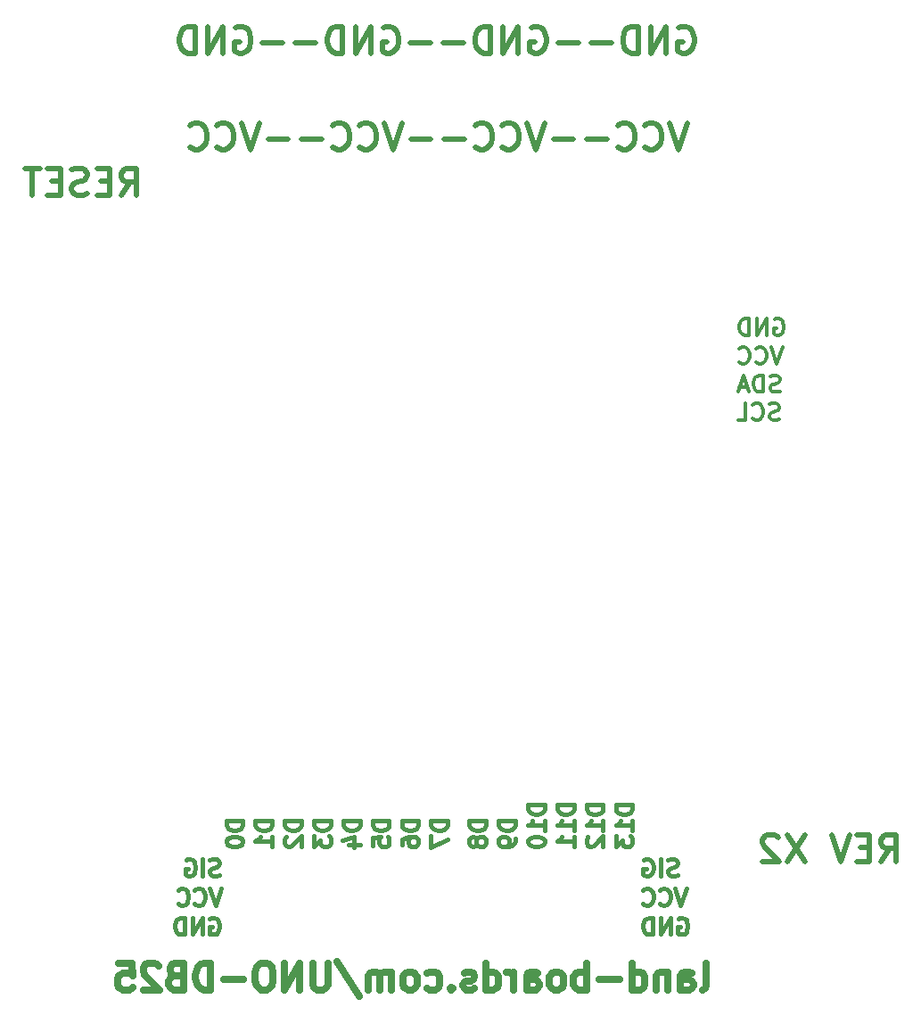
<source format=gbr>
G04 #@! TF.FileFunction,Legend,Bot*
%FSLAX46Y46*%
G04 Gerber Fmt 4.6, Leading zero omitted, Abs format (unit mm)*
G04 Created by KiCad (PCBNEW 4.0.5) date 02/24/17 02:37:37*
%MOMM*%
%LPD*%
G01*
G04 APERTURE LIST*
%ADD10C,0.150000*%
%ADD11C,0.635000*%
%ADD12C,0.508000*%
%ADD13C,0.300000*%
%ADD14C,0.396875*%
G04 APERTURE END LIST*
D10*
D11*
X84158665Y-102749048D02*
X84400570Y-102628095D01*
X84521522Y-102386190D01*
X84521522Y-100209048D01*
X82102475Y-102749048D02*
X82102475Y-101418571D01*
X82223427Y-101176667D01*
X82465332Y-101055714D01*
X82949141Y-101055714D01*
X83191046Y-101176667D01*
X82102475Y-102628095D02*
X82344379Y-102749048D01*
X82949141Y-102749048D01*
X83191046Y-102628095D01*
X83311998Y-102386190D01*
X83311998Y-102144286D01*
X83191046Y-101902381D01*
X82949141Y-101781429D01*
X82344379Y-101781429D01*
X82102475Y-101660476D01*
X80892951Y-101055714D02*
X80892951Y-102749048D01*
X80892951Y-101297619D02*
X80771999Y-101176667D01*
X80530094Y-101055714D01*
X80167237Y-101055714D01*
X79925332Y-101176667D01*
X79804380Y-101418571D01*
X79804380Y-102749048D01*
X77506285Y-102749048D02*
X77506285Y-100209048D01*
X77506285Y-102628095D02*
X77748189Y-102749048D01*
X78231999Y-102749048D01*
X78473904Y-102628095D01*
X78594856Y-102507143D01*
X78715808Y-102265238D01*
X78715808Y-101539524D01*
X78594856Y-101297619D01*
X78473904Y-101176667D01*
X78231999Y-101055714D01*
X77748189Y-101055714D01*
X77506285Y-101176667D01*
X76296761Y-101781429D02*
X74361523Y-101781429D01*
X73151999Y-102749048D02*
X73151999Y-100209048D01*
X73151999Y-101176667D02*
X72910094Y-101055714D01*
X72426285Y-101055714D01*
X72184380Y-101176667D01*
X72063428Y-101297619D01*
X71942475Y-101539524D01*
X71942475Y-102265238D01*
X72063428Y-102507143D01*
X72184380Y-102628095D01*
X72426285Y-102749048D01*
X72910094Y-102749048D01*
X73151999Y-102628095D01*
X70491047Y-102749048D02*
X70732952Y-102628095D01*
X70853904Y-102507143D01*
X70974856Y-102265238D01*
X70974856Y-101539524D01*
X70853904Y-101297619D01*
X70732952Y-101176667D01*
X70491047Y-101055714D01*
X70128190Y-101055714D01*
X69886285Y-101176667D01*
X69765333Y-101297619D01*
X69644380Y-101539524D01*
X69644380Y-102265238D01*
X69765333Y-102507143D01*
X69886285Y-102628095D01*
X70128190Y-102749048D01*
X70491047Y-102749048D01*
X67467238Y-102749048D02*
X67467238Y-101418571D01*
X67588190Y-101176667D01*
X67830095Y-101055714D01*
X68313904Y-101055714D01*
X68555809Y-101176667D01*
X67467238Y-102628095D02*
X67709142Y-102749048D01*
X68313904Y-102749048D01*
X68555809Y-102628095D01*
X68676761Y-102386190D01*
X68676761Y-102144286D01*
X68555809Y-101902381D01*
X68313904Y-101781429D01*
X67709142Y-101781429D01*
X67467238Y-101660476D01*
X66257714Y-102749048D02*
X66257714Y-101055714D01*
X66257714Y-101539524D02*
X66136762Y-101297619D01*
X66015809Y-101176667D01*
X65773905Y-101055714D01*
X65532000Y-101055714D01*
X63596762Y-102749048D02*
X63596762Y-100209048D01*
X63596762Y-102628095D02*
X63838666Y-102749048D01*
X64322476Y-102749048D01*
X64564381Y-102628095D01*
X64685333Y-102507143D01*
X64806285Y-102265238D01*
X64806285Y-101539524D01*
X64685333Y-101297619D01*
X64564381Y-101176667D01*
X64322476Y-101055714D01*
X63838666Y-101055714D01*
X63596762Y-101176667D01*
X62508190Y-102628095D02*
X62266286Y-102749048D01*
X61782476Y-102749048D01*
X61540571Y-102628095D01*
X61419619Y-102386190D01*
X61419619Y-102265238D01*
X61540571Y-102023333D01*
X61782476Y-101902381D01*
X62145333Y-101902381D01*
X62387238Y-101781429D01*
X62508190Y-101539524D01*
X62508190Y-101418571D01*
X62387238Y-101176667D01*
X62145333Y-101055714D01*
X61782476Y-101055714D01*
X61540571Y-101176667D01*
X60331048Y-102507143D02*
X60210096Y-102628095D01*
X60331048Y-102749048D01*
X60452000Y-102628095D01*
X60331048Y-102507143D01*
X60331048Y-102749048D01*
X58032953Y-102628095D02*
X58274857Y-102749048D01*
X58758667Y-102749048D01*
X59000572Y-102628095D01*
X59121524Y-102507143D01*
X59242476Y-102265238D01*
X59242476Y-101539524D01*
X59121524Y-101297619D01*
X59000572Y-101176667D01*
X58758667Y-101055714D01*
X58274857Y-101055714D01*
X58032953Y-101176667D01*
X56581524Y-102749048D02*
X56823429Y-102628095D01*
X56944381Y-102507143D01*
X57065333Y-102265238D01*
X57065333Y-101539524D01*
X56944381Y-101297619D01*
X56823429Y-101176667D01*
X56581524Y-101055714D01*
X56218667Y-101055714D01*
X55976762Y-101176667D01*
X55855810Y-101297619D01*
X55734857Y-101539524D01*
X55734857Y-102265238D01*
X55855810Y-102507143D01*
X55976762Y-102628095D01*
X56218667Y-102749048D01*
X56581524Y-102749048D01*
X54646286Y-102749048D02*
X54646286Y-101055714D01*
X54646286Y-101297619D02*
X54525334Y-101176667D01*
X54283429Y-101055714D01*
X53920572Y-101055714D01*
X53678667Y-101176667D01*
X53557715Y-101418571D01*
X53557715Y-102749048D01*
X53557715Y-101418571D02*
X53436762Y-101176667D01*
X53194858Y-101055714D01*
X52832000Y-101055714D01*
X52590096Y-101176667D01*
X52469143Y-101418571D01*
X52469143Y-102749048D01*
X49445333Y-100088095D02*
X51622476Y-103353810D01*
X48598667Y-100209048D02*
X48598667Y-102265238D01*
X48477715Y-102507143D01*
X48356762Y-102628095D01*
X48114858Y-102749048D01*
X47631048Y-102749048D01*
X47389143Y-102628095D01*
X47268191Y-102507143D01*
X47147239Y-102265238D01*
X47147239Y-100209048D01*
X45937715Y-102749048D02*
X45937715Y-100209048D01*
X44486287Y-102749048D01*
X44486287Y-100209048D01*
X42792954Y-100209048D02*
X42309144Y-100209048D01*
X42067239Y-100330000D01*
X41825335Y-100571905D01*
X41704382Y-101055714D01*
X41704382Y-101902381D01*
X41825335Y-102386190D01*
X42067239Y-102628095D01*
X42309144Y-102749048D01*
X42792954Y-102749048D01*
X43034858Y-102628095D01*
X43276763Y-102386190D01*
X43397715Y-101902381D01*
X43397715Y-101055714D01*
X43276763Y-100571905D01*
X43034858Y-100330000D01*
X42792954Y-100209048D01*
X40615811Y-101781429D02*
X38680573Y-101781429D01*
X37471049Y-102749048D02*
X37471049Y-100209048D01*
X36866287Y-100209048D01*
X36503430Y-100330000D01*
X36261525Y-100571905D01*
X36140573Y-100813810D01*
X36019621Y-101297619D01*
X36019621Y-101660476D01*
X36140573Y-102144286D01*
X36261525Y-102386190D01*
X36503430Y-102628095D01*
X36866287Y-102749048D01*
X37471049Y-102749048D01*
X34084382Y-101418571D02*
X33721525Y-101539524D01*
X33600573Y-101660476D01*
X33479621Y-101902381D01*
X33479621Y-102265238D01*
X33600573Y-102507143D01*
X33721525Y-102628095D01*
X33963430Y-102749048D01*
X34931049Y-102749048D01*
X34931049Y-100209048D01*
X34084382Y-100209048D01*
X33842478Y-100330000D01*
X33721525Y-100450952D01*
X33600573Y-100692857D01*
X33600573Y-100934762D01*
X33721525Y-101176667D01*
X33842478Y-101297619D01*
X34084382Y-101418571D01*
X34931049Y-101418571D01*
X32512001Y-100450952D02*
X32391049Y-100330000D01*
X32149144Y-100209048D01*
X31544382Y-100209048D01*
X31302478Y-100330000D01*
X31181525Y-100450952D01*
X31060573Y-100692857D01*
X31060573Y-100934762D01*
X31181525Y-101297619D01*
X32632954Y-102749048D01*
X31060573Y-102749048D01*
X28762477Y-100209048D02*
X29972001Y-100209048D01*
X30092953Y-101418571D01*
X29972001Y-101297619D01*
X29730096Y-101176667D01*
X29125334Y-101176667D01*
X28883430Y-101297619D01*
X28762477Y-101418571D01*
X28641525Y-101660476D01*
X28641525Y-102265238D01*
X28762477Y-102507143D01*
X28883430Y-102628095D01*
X29125334Y-102749048D01*
X29730096Y-102749048D01*
X29972001Y-102628095D01*
X30092953Y-102507143D01*
D12*
X82707239Y-20453048D02*
X81860573Y-22993048D01*
X81013906Y-20453048D01*
X78715811Y-22751143D02*
X78836763Y-22872095D01*
X79199620Y-22993048D01*
X79441525Y-22993048D01*
X79804382Y-22872095D01*
X80046287Y-22630190D01*
X80167239Y-22388286D01*
X80288191Y-21904476D01*
X80288191Y-21541619D01*
X80167239Y-21057810D01*
X80046287Y-20815905D01*
X79804382Y-20574000D01*
X79441525Y-20453048D01*
X79199620Y-20453048D01*
X78836763Y-20574000D01*
X78715811Y-20694952D01*
X76175811Y-22751143D02*
X76296763Y-22872095D01*
X76659620Y-22993048D01*
X76901525Y-22993048D01*
X77264382Y-22872095D01*
X77506287Y-22630190D01*
X77627239Y-22388286D01*
X77748191Y-21904476D01*
X77748191Y-21541619D01*
X77627239Y-21057810D01*
X77506287Y-20815905D01*
X77264382Y-20574000D01*
X76901525Y-20453048D01*
X76659620Y-20453048D01*
X76296763Y-20574000D01*
X76175811Y-20694952D01*
X75087239Y-22025429D02*
X73152001Y-22025429D01*
X71942477Y-22025429D02*
X70007239Y-22025429D01*
X69160572Y-20453048D02*
X68313906Y-22993048D01*
X67467239Y-20453048D01*
X65169144Y-22751143D02*
X65290096Y-22872095D01*
X65652953Y-22993048D01*
X65894858Y-22993048D01*
X66257715Y-22872095D01*
X66499620Y-22630190D01*
X66620572Y-22388286D01*
X66741524Y-21904476D01*
X66741524Y-21541619D01*
X66620572Y-21057810D01*
X66499620Y-20815905D01*
X66257715Y-20574000D01*
X65894858Y-20453048D01*
X65652953Y-20453048D01*
X65290096Y-20574000D01*
X65169144Y-20694952D01*
X62629144Y-22751143D02*
X62750096Y-22872095D01*
X63112953Y-22993048D01*
X63354858Y-22993048D01*
X63717715Y-22872095D01*
X63959620Y-22630190D01*
X64080572Y-22388286D01*
X64201524Y-21904476D01*
X64201524Y-21541619D01*
X64080572Y-21057810D01*
X63959620Y-20815905D01*
X63717715Y-20574000D01*
X63354858Y-20453048D01*
X63112953Y-20453048D01*
X62750096Y-20574000D01*
X62629144Y-20694952D01*
X61540572Y-22025429D02*
X59605334Y-22025429D01*
X58395810Y-22025429D02*
X56460572Y-22025429D01*
X55613905Y-20453048D02*
X54767239Y-22993048D01*
X53920572Y-20453048D01*
X51622477Y-22751143D02*
X51743429Y-22872095D01*
X52106286Y-22993048D01*
X52348191Y-22993048D01*
X52711048Y-22872095D01*
X52952953Y-22630190D01*
X53073905Y-22388286D01*
X53194857Y-21904476D01*
X53194857Y-21541619D01*
X53073905Y-21057810D01*
X52952953Y-20815905D01*
X52711048Y-20574000D01*
X52348191Y-20453048D01*
X52106286Y-20453048D01*
X51743429Y-20574000D01*
X51622477Y-20694952D01*
X49082477Y-22751143D02*
X49203429Y-22872095D01*
X49566286Y-22993048D01*
X49808191Y-22993048D01*
X50171048Y-22872095D01*
X50412953Y-22630190D01*
X50533905Y-22388286D01*
X50654857Y-21904476D01*
X50654857Y-21541619D01*
X50533905Y-21057810D01*
X50412953Y-20815905D01*
X50171048Y-20574000D01*
X49808191Y-20453048D01*
X49566286Y-20453048D01*
X49203429Y-20574000D01*
X49082477Y-20694952D01*
X47993905Y-22025429D02*
X46058667Y-22025429D01*
X44849143Y-22025429D02*
X42913905Y-22025429D01*
X42067238Y-20453048D02*
X41220572Y-22993048D01*
X40373905Y-20453048D01*
X38075810Y-22751143D02*
X38196762Y-22872095D01*
X38559619Y-22993048D01*
X38801524Y-22993048D01*
X39164381Y-22872095D01*
X39406286Y-22630190D01*
X39527238Y-22388286D01*
X39648190Y-21904476D01*
X39648190Y-21541619D01*
X39527238Y-21057810D01*
X39406286Y-20815905D01*
X39164381Y-20574000D01*
X38801524Y-20453048D01*
X38559619Y-20453048D01*
X38196762Y-20574000D01*
X38075810Y-20694952D01*
X35535810Y-22751143D02*
X35656762Y-22872095D01*
X36019619Y-22993048D01*
X36261524Y-22993048D01*
X36624381Y-22872095D01*
X36866286Y-22630190D01*
X36987238Y-22388286D01*
X37108190Y-21904476D01*
X37108190Y-21541619D01*
X36987238Y-21057810D01*
X36866286Y-20815905D01*
X36624381Y-20574000D01*
X36261524Y-20453048D01*
X36019619Y-20453048D01*
X35656762Y-20574000D01*
X35535810Y-20694952D01*
X81933142Y-11430000D02*
X82175047Y-11309048D01*
X82537904Y-11309048D01*
X82900761Y-11430000D01*
X83142666Y-11671905D01*
X83263618Y-11913810D01*
X83384570Y-12397619D01*
X83384570Y-12760476D01*
X83263618Y-13244286D01*
X83142666Y-13486190D01*
X82900761Y-13728095D01*
X82537904Y-13849048D01*
X82295999Y-13849048D01*
X81933142Y-13728095D01*
X81812190Y-13607143D01*
X81812190Y-12760476D01*
X82295999Y-12760476D01*
X80723618Y-13849048D02*
X80723618Y-11309048D01*
X79272190Y-13849048D01*
X79272190Y-11309048D01*
X78062666Y-13849048D02*
X78062666Y-11309048D01*
X77457904Y-11309048D01*
X77095047Y-11430000D01*
X76853142Y-11671905D01*
X76732190Y-11913810D01*
X76611238Y-12397619D01*
X76611238Y-12760476D01*
X76732190Y-13244286D01*
X76853142Y-13486190D01*
X77095047Y-13728095D01*
X77457904Y-13849048D01*
X78062666Y-13849048D01*
X75522666Y-12881429D02*
X73587428Y-12881429D01*
X72377904Y-12881429D02*
X70442666Y-12881429D01*
X67902666Y-11430000D02*
X68144571Y-11309048D01*
X68507428Y-11309048D01*
X68870285Y-11430000D01*
X69112190Y-11671905D01*
X69233142Y-11913810D01*
X69354094Y-12397619D01*
X69354094Y-12760476D01*
X69233142Y-13244286D01*
X69112190Y-13486190D01*
X68870285Y-13728095D01*
X68507428Y-13849048D01*
X68265523Y-13849048D01*
X67902666Y-13728095D01*
X67781714Y-13607143D01*
X67781714Y-12760476D01*
X68265523Y-12760476D01*
X66693142Y-13849048D02*
X66693142Y-11309048D01*
X65241714Y-13849048D01*
X65241714Y-11309048D01*
X64032190Y-13849048D02*
X64032190Y-11309048D01*
X63427428Y-11309048D01*
X63064571Y-11430000D01*
X62822666Y-11671905D01*
X62701714Y-11913810D01*
X62580762Y-12397619D01*
X62580762Y-12760476D01*
X62701714Y-13244286D01*
X62822666Y-13486190D01*
X63064571Y-13728095D01*
X63427428Y-13849048D01*
X64032190Y-13849048D01*
X61492190Y-12881429D02*
X59556952Y-12881429D01*
X58347428Y-12881429D02*
X56412190Y-12881429D01*
X53872190Y-11430000D02*
X54114095Y-11309048D01*
X54476952Y-11309048D01*
X54839809Y-11430000D01*
X55081714Y-11671905D01*
X55202666Y-11913810D01*
X55323618Y-12397619D01*
X55323618Y-12760476D01*
X55202666Y-13244286D01*
X55081714Y-13486190D01*
X54839809Y-13728095D01*
X54476952Y-13849048D01*
X54235047Y-13849048D01*
X53872190Y-13728095D01*
X53751238Y-13607143D01*
X53751238Y-12760476D01*
X54235047Y-12760476D01*
X52662666Y-13849048D02*
X52662666Y-11309048D01*
X51211238Y-13849048D01*
X51211238Y-11309048D01*
X50001714Y-13849048D02*
X50001714Y-11309048D01*
X49396952Y-11309048D01*
X49034095Y-11430000D01*
X48792190Y-11671905D01*
X48671238Y-11913810D01*
X48550286Y-12397619D01*
X48550286Y-12760476D01*
X48671238Y-13244286D01*
X48792190Y-13486190D01*
X49034095Y-13728095D01*
X49396952Y-13849048D01*
X50001714Y-13849048D01*
X47461714Y-12881429D02*
X45526476Y-12881429D01*
X44316952Y-12881429D02*
X42381714Y-12881429D01*
X39841714Y-11430000D02*
X40083619Y-11309048D01*
X40446476Y-11309048D01*
X40809333Y-11430000D01*
X41051238Y-11671905D01*
X41172190Y-11913810D01*
X41293142Y-12397619D01*
X41293142Y-12760476D01*
X41172190Y-13244286D01*
X41051238Y-13486190D01*
X40809333Y-13728095D01*
X40446476Y-13849048D01*
X40204571Y-13849048D01*
X39841714Y-13728095D01*
X39720762Y-13607143D01*
X39720762Y-12760476D01*
X40204571Y-12760476D01*
X38632190Y-13849048D02*
X38632190Y-11309048D01*
X37180762Y-13849048D01*
X37180762Y-11309048D01*
X35971238Y-13849048D02*
X35971238Y-11309048D01*
X35366476Y-11309048D01*
X35003619Y-11430000D01*
X34761714Y-11671905D01*
X34640762Y-11913810D01*
X34519810Y-12397619D01*
X34519810Y-12760476D01*
X34640762Y-13244286D01*
X34761714Y-13486190D01*
X35003619Y-13728095D01*
X35366476Y-13849048D01*
X35971238Y-13849048D01*
X101140382Y-90557048D02*
X101987048Y-89347524D01*
X102591810Y-90557048D02*
X102591810Y-88017048D01*
X101624191Y-88017048D01*
X101382286Y-88138000D01*
X101261334Y-88258952D01*
X101140382Y-88500857D01*
X101140382Y-88863714D01*
X101261334Y-89105619D01*
X101382286Y-89226571D01*
X101624191Y-89347524D01*
X102591810Y-89347524D01*
X100051810Y-89226571D02*
X99205143Y-89226571D01*
X98842286Y-90557048D02*
X100051810Y-90557048D01*
X100051810Y-88017048D01*
X98842286Y-88017048D01*
X98116572Y-88017048D02*
X97269906Y-90557048D01*
X96423239Y-88017048D01*
X93883239Y-88017048D02*
X92189906Y-90557048D01*
X92189906Y-88017048D02*
X93883239Y-90557048D01*
X91343238Y-88258952D02*
X91222286Y-88138000D01*
X90980381Y-88017048D01*
X90375619Y-88017048D01*
X90133715Y-88138000D01*
X90012762Y-88258952D01*
X89891810Y-88500857D01*
X89891810Y-88742762D01*
X90012762Y-89105619D01*
X91464191Y-90557048D01*
X89891810Y-90557048D01*
D13*
X91004571Y-39126375D02*
X91155762Y-39050780D01*
X91382547Y-39050780D01*
X91609333Y-39126375D01*
X91760524Y-39277565D01*
X91836119Y-39428756D01*
X91911714Y-39731137D01*
X91911714Y-39957923D01*
X91836119Y-40260304D01*
X91760524Y-40411494D01*
X91609333Y-40562685D01*
X91382547Y-40638280D01*
X91231357Y-40638280D01*
X91004571Y-40562685D01*
X90928976Y-40487089D01*
X90928976Y-39957923D01*
X91231357Y-39957923D01*
X90248619Y-40638280D02*
X90248619Y-39050780D01*
X89341476Y-40638280D01*
X89341476Y-39050780D01*
X88585524Y-40638280D02*
X88585524Y-39050780D01*
X88207548Y-39050780D01*
X87980762Y-39126375D01*
X87829571Y-39277565D01*
X87753976Y-39428756D01*
X87678381Y-39731137D01*
X87678381Y-39957923D01*
X87753976Y-40260304D01*
X87829571Y-40411494D01*
X87980762Y-40562685D01*
X88207548Y-40638280D01*
X88585524Y-40638280D01*
X91760524Y-41732030D02*
X91231357Y-43319530D01*
X90702190Y-41732030D01*
X89265881Y-43168339D02*
X89341476Y-43243935D01*
X89568262Y-43319530D01*
X89719452Y-43319530D01*
X89946238Y-43243935D01*
X90097429Y-43092744D01*
X90173024Y-42941554D01*
X90248619Y-42639173D01*
X90248619Y-42412387D01*
X90173024Y-42110006D01*
X90097429Y-41958815D01*
X89946238Y-41807625D01*
X89719452Y-41732030D01*
X89568262Y-41732030D01*
X89341476Y-41807625D01*
X89265881Y-41883220D01*
X87678381Y-43168339D02*
X87753976Y-43243935D01*
X87980762Y-43319530D01*
X88131952Y-43319530D01*
X88358738Y-43243935D01*
X88509929Y-43092744D01*
X88585524Y-42941554D01*
X88661119Y-42639173D01*
X88661119Y-42412387D01*
X88585524Y-42110006D01*
X88509929Y-41958815D01*
X88358738Y-41807625D01*
X88131952Y-41732030D01*
X87980762Y-41732030D01*
X87753976Y-41807625D01*
X87678381Y-41883220D01*
X91533738Y-45925185D02*
X91306952Y-46000780D01*
X90928976Y-46000780D01*
X90777786Y-45925185D01*
X90702190Y-45849589D01*
X90626595Y-45698399D01*
X90626595Y-45547208D01*
X90702190Y-45396018D01*
X90777786Y-45320423D01*
X90928976Y-45244827D01*
X91231357Y-45169232D01*
X91382548Y-45093637D01*
X91458143Y-45018042D01*
X91533738Y-44866851D01*
X91533738Y-44715661D01*
X91458143Y-44564470D01*
X91382548Y-44488875D01*
X91231357Y-44413280D01*
X90853381Y-44413280D01*
X90626595Y-44488875D01*
X89946238Y-46000780D02*
X89946238Y-44413280D01*
X89568262Y-44413280D01*
X89341476Y-44488875D01*
X89190285Y-44640065D01*
X89114690Y-44791256D01*
X89039095Y-45093637D01*
X89039095Y-45320423D01*
X89114690Y-45622804D01*
X89190285Y-45773994D01*
X89341476Y-45925185D01*
X89568262Y-46000780D01*
X89946238Y-46000780D01*
X88434333Y-45547208D02*
X87678381Y-45547208D01*
X88585524Y-46000780D02*
X88056357Y-44413280D01*
X87527190Y-46000780D01*
X91458143Y-48606435D02*
X91231357Y-48682030D01*
X90853381Y-48682030D01*
X90702191Y-48606435D01*
X90626595Y-48530839D01*
X90551000Y-48379649D01*
X90551000Y-48228458D01*
X90626595Y-48077268D01*
X90702191Y-48001673D01*
X90853381Y-47926077D01*
X91155762Y-47850482D01*
X91306953Y-47774887D01*
X91382548Y-47699292D01*
X91458143Y-47548101D01*
X91458143Y-47396911D01*
X91382548Y-47245720D01*
X91306953Y-47170125D01*
X91155762Y-47094530D01*
X90777786Y-47094530D01*
X90551000Y-47170125D01*
X88963500Y-48530839D02*
X89039095Y-48606435D01*
X89265881Y-48682030D01*
X89417071Y-48682030D01*
X89643857Y-48606435D01*
X89795048Y-48455244D01*
X89870643Y-48304054D01*
X89946238Y-48001673D01*
X89946238Y-47774887D01*
X89870643Y-47472506D01*
X89795048Y-47321315D01*
X89643857Y-47170125D01*
X89417071Y-47094530D01*
X89265881Y-47094530D01*
X89039095Y-47170125D01*
X88963500Y-47245720D01*
X87527190Y-48682030D02*
X88283143Y-48682030D01*
X88283143Y-47094530D01*
D12*
X28992286Y-27311048D02*
X29838952Y-26101524D01*
X30443714Y-27311048D02*
X30443714Y-24771048D01*
X29476095Y-24771048D01*
X29234190Y-24892000D01*
X29113238Y-25012952D01*
X28992286Y-25254857D01*
X28992286Y-25617714D01*
X29113238Y-25859619D01*
X29234190Y-25980571D01*
X29476095Y-26101524D01*
X30443714Y-26101524D01*
X27903714Y-25980571D02*
X27057047Y-25980571D01*
X26694190Y-27311048D02*
X27903714Y-27311048D01*
X27903714Y-24771048D01*
X26694190Y-24771048D01*
X25726571Y-27190095D02*
X25363714Y-27311048D01*
X24758952Y-27311048D01*
X24517048Y-27190095D01*
X24396095Y-27069143D01*
X24275143Y-26827238D01*
X24275143Y-26585333D01*
X24396095Y-26343429D01*
X24517048Y-26222476D01*
X24758952Y-26101524D01*
X25242762Y-25980571D01*
X25484667Y-25859619D01*
X25605619Y-25738667D01*
X25726571Y-25496762D01*
X25726571Y-25254857D01*
X25605619Y-25012952D01*
X25484667Y-24892000D01*
X25242762Y-24771048D01*
X24638000Y-24771048D01*
X24275143Y-24892000D01*
X23186571Y-25980571D02*
X22339904Y-25980571D01*
X21977047Y-27311048D02*
X23186571Y-27311048D01*
X23186571Y-24771048D01*
X21977047Y-24771048D01*
X21251333Y-24771048D02*
X19799905Y-24771048D01*
X20525619Y-27311048D02*
X20525619Y-24771048D01*
D14*
X63622843Y-86686571D02*
X62035343Y-86686571D01*
X62035343Y-87064547D01*
X62110938Y-87291333D01*
X62262128Y-87442524D01*
X62413319Y-87518119D01*
X62715700Y-87593714D01*
X62942486Y-87593714D01*
X63244867Y-87518119D01*
X63396057Y-87442524D01*
X63547248Y-87291333D01*
X63622843Y-87064547D01*
X63622843Y-86686571D01*
X62715700Y-88500857D02*
X62640105Y-88349666D01*
X62564509Y-88274071D01*
X62413319Y-88198476D01*
X62337724Y-88198476D01*
X62186533Y-88274071D01*
X62110938Y-88349666D01*
X62035343Y-88500857D01*
X62035343Y-88803238D01*
X62110938Y-88954428D01*
X62186533Y-89030024D01*
X62337724Y-89105619D01*
X62413319Y-89105619D01*
X62564509Y-89030024D01*
X62640105Y-88954428D01*
X62715700Y-88803238D01*
X62715700Y-88500857D01*
X62791295Y-88349666D01*
X62866890Y-88274071D01*
X63018081Y-88198476D01*
X63320462Y-88198476D01*
X63471652Y-88274071D01*
X63547248Y-88349666D01*
X63622843Y-88500857D01*
X63622843Y-88803238D01*
X63547248Y-88954428D01*
X63471652Y-89030024D01*
X63320462Y-89105619D01*
X63018081Y-89105619D01*
X62866890Y-89030024D01*
X62791295Y-88954428D01*
X62715700Y-88803238D01*
X66400968Y-86686571D02*
X64813468Y-86686571D01*
X64813468Y-87064547D01*
X64889063Y-87291333D01*
X65040253Y-87442524D01*
X65191444Y-87518119D01*
X65493825Y-87593714D01*
X65720611Y-87593714D01*
X66022992Y-87518119D01*
X66174182Y-87442524D01*
X66325373Y-87291333D01*
X66400968Y-87064547D01*
X66400968Y-86686571D01*
X66400968Y-88349666D02*
X66400968Y-88652047D01*
X66325373Y-88803238D01*
X66249777Y-88878833D01*
X66022992Y-89030024D01*
X65720611Y-89105619D01*
X65115849Y-89105619D01*
X64964658Y-89030024D01*
X64889063Y-88954428D01*
X64813468Y-88803238D01*
X64813468Y-88500857D01*
X64889063Y-88349666D01*
X64964658Y-88274071D01*
X65115849Y-88198476D01*
X65493825Y-88198476D01*
X65645015Y-88274071D01*
X65720611Y-88349666D01*
X65796206Y-88500857D01*
X65796206Y-88803238D01*
X65720611Y-88954428D01*
X65645015Y-89030024D01*
X65493825Y-89105619D01*
X69179093Y-85174666D02*
X67591593Y-85174666D01*
X67591593Y-85552642D01*
X67667188Y-85779428D01*
X67818378Y-85930619D01*
X67969569Y-86006214D01*
X68271950Y-86081809D01*
X68498736Y-86081809D01*
X68801117Y-86006214D01*
X68952307Y-85930619D01*
X69103498Y-85779428D01*
X69179093Y-85552642D01*
X69179093Y-85174666D01*
X69179093Y-87593714D02*
X69179093Y-86686571D01*
X69179093Y-87140142D02*
X67591593Y-87140142D01*
X67818378Y-86988952D01*
X67969569Y-86837761D01*
X68045164Y-86686571D01*
X67591593Y-88576452D02*
X67591593Y-88727643D01*
X67667188Y-88878833D01*
X67742783Y-88954428D01*
X67893974Y-89030024D01*
X68196355Y-89105619D01*
X68574331Y-89105619D01*
X68876712Y-89030024D01*
X69027902Y-88954428D01*
X69103498Y-88878833D01*
X69179093Y-88727643D01*
X69179093Y-88576452D01*
X69103498Y-88425262D01*
X69027902Y-88349666D01*
X68876712Y-88274071D01*
X68574331Y-88198476D01*
X68196355Y-88198476D01*
X67893974Y-88274071D01*
X67742783Y-88349666D01*
X67667188Y-88425262D01*
X67591593Y-88576452D01*
X71957218Y-85174666D02*
X70369718Y-85174666D01*
X70369718Y-85552642D01*
X70445313Y-85779428D01*
X70596503Y-85930619D01*
X70747694Y-86006214D01*
X71050075Y-86081809D01*
X71276861Y-86081809D01*
X71579242Y-86006214D01*
X71730432Y-85930619D01*
X71881623Y-85779428D01*
X71957218Y-85552642D01*
X71957218Y-85174666D01*
X71957218Y-87593714D02*
X71957218Y-86686571D01*
X71957218Y-87140142D02*
X70369718Y-87140142D01*
X70596503Y-86988952D01*
X70747694Y-86837761D01*
X70823289Y-86686571D01*
X71957218Y-89105619D02*
X71957218Y-88198476D01*
X71957218Y-88652047D02*
X70369718Y-88652047D01*
X70596503Y-88500857D01*
X70747694Y-88349666D01*
X70823289Y-88198476D01*
X74735343Y-85174666D02*
X73147843Y-85174666D01*
X73147843Y-85552642D01*
X73223438Y-85779428D01*
X73374628Y-85930619D01*
X73525819Y-86006214D01*
X73828200Y-86081809D01*
X74054986Y-86081809D01*
X74357367Y-86006214D01*
X74508557Y-85930619D01*
X74659748Y-85779428D01*
X74735343Y-85552642D01*
X74735343Y-85174666D01*
X74735343Y-87593714D02*
X74735343Y-86686571D01*
X74735343Y-87140142D02*
X73147843Y-87140142D01*
X73374628Y-86988952D01*
X73525819Y-86837761D01*
X73601414Y-86686571D01*
X73299033Y-88198476D02*
X73223438Y-88274071D01*
X73147843Y-88425262D01*
X73147843Y-88803238D01*
X73223438Y-88954428D01*
X73299033Y-89030024D01*
X73450224Y-89105619D01*
X73601414Y-89105619D01*
X73828200Y-89030024D01*
X74735343Y-88122881D01*
X74735343Y-89105619D01*
X77513468Y-85174666D02*
X75925968Y-85174666D01*
X75925968Y-85552642D01*
X76001563Y-85779428D01*
X76152753Y-85930619D01*
X76303944Y-86006214D01*
X76606325Y-86081809D01*
X76833111Y-86081809D01*
X77135492Y-86006214D01*
X77286682Y-85930619D01*
X77437873Y-85779428D01*
X77513468Y-85552642D01*
X77513468Y-85174666D01*
X77513468Y-87593714D02*
X77513468Y-86686571D01*
X77513468Y-87140142D02*
X75925968Y-87140142D01*
X76152753Y-86988952D01*
X76303944Y-86837761D01*
X76379539Y-86686571D01*
X75925968Y-88122881D02*
X75925968Y-89105619D01*
X76530730Y-88576452D01*
X76530730Y-88803238D01*
X76606325Y-88954428D01*
X76681920Y-89030024D01*
X76833111Y-89105619D01*
X77211087Y-89105619D01*
X77362277Y-89030024D01*
X77437873Y-88954428D01*
X77513468Y-88803238D01*
X77513468Y-88349666D01*
X77437873Y-88198476D01*
X77362277Y-88122881D01*
X40524718Y-86686571D02*
X38937218Y-86686571D01*
X38937218Y-87064547D01*
X39012813Y-87291333D01*
X39164003Y-87442524D01*
X39315194Y-87518119D01*
X39617575Y-87593714D01*
X39844361Y-87593714D01*
X40146742Y-87518119D01*
X40297932Y-87442524D01*
X40449123Y-87291333D01*
X40524718Y-87064547D01*
X40524718Y-86686571D01*
X38937218Y-88576452D02*
X38937218Y-88727643D01*
X39012813Y-88878833D01*
X39088408Y-88954428D01*
X39239599Y-89030024D01*
X39541980Y-89105619D01*
X39919956Y-89105619D01*
X40222337Y-89030024D01*
X40373527Y-88954428D01*
X40449123Y-88878833D01*
X40524718Y-88727643D01*
X40524718Y-88576452D01*
X40449123Y-88425262D01*
X40373527Y-88349666D01*
X40222337Y-88274071D01*
X39919956Y-88198476D01*
X39541980Y-88198476D01*
X39239599Y-88274071D01*
X39088408Y-88349666D01*
X39012813Y-88425262D01*
X38937218Y-88576452D01*
X43302843Y-86686571D02*
X41715343Y-86686571D01*
X41715343Y-87064547D01*
X41790938Y-87291333D01*
X41942128Y-87442524D01*
X42093319Y-87518119D01*
X42395700Y-87593714D01*
X42622486Y-87593714D01*
X42924867Y-87518119D01*
X43076057Y-87442524D01*
X43227248Y-87291333D01*
X43302843Y-87064547D01*
X43302843Y-86686571D01*
X43302843Y-89105619D02*
X43302843Y-88198476D01*
X43302843Y-88652047D02*
X41715343Y-88652047D01*
X41942128Y-88500857D01*
X42093319Y-88349666D01*
X42168914Y-88198476D01*
X46080968Y-86686571D02*
X44493468Y-86686571D01*
X44493468Y-87064547D01*
X44569063Y-87291333D01*
X44720253Y-87442524D01*
X44871444Y-87518119D01*
X45173825Y-87593714D01*
X45400611Y-87593714D01*
X45702992Y-87518119D01*
X45854182Y-87442524D01*
X46005373Y-87291333D01*
X46080968Y-87064547D01*
X46080968Y-86686571D01*
X44644658Y-88198476D02*
X44569063Y-88274071D01*
X44493468Y-88425262D01*
X44493468Y-88803238D01*
X44569063Y-88954428D01*
X44644658Y-89030024D01*
X44795849Y-89105619D01*
X44947039Y-89105619D01*
X45173825Y-89030024D01*
X46080968Y-88122881D01*
X46080968Y-89105619D01*
X48859093Y-86686571D02*
X47271593Y-86686571D01*
X47271593Y-87064547D01*
X47347188Y-87291333D01*
X47498378Y-87442524D01*
X47649569Y-87518119D01*
X47951950Y-87593714D01*
X48178736Y-87593714D01*
X48481117Y-87518119D01*
X48632307Y-87442524D01*
X48783498Y-87291333D01*
X48859093Y-87064547D01*
X48859093Y-86686571D01*
X47271593Y-88122881D02*
X47271593Y-89105619D01*
X47876355Y-88576452D01*
X47876355Y-88803238D01*
X47951950Y-88954428D01*
X48027545Y-89030024D01*
X48178736Y-89105619D01*
X48556712Y-89105619D01*
X48707902Y-89030024D01*
X48783498Y-88954428D01*
X48859093Y-88803238D01*
X48859093Y-88349666D01*
X48783498Y-88198476D01*
X48707902Y-88122881D01*
X51637218Y-86686571D02*
X50049718Y-86686571D01*
X50049718Y-87064547D01*
X50125313Y-87291333D01*
X50276503Y-87442524D01*
X50427694Y-87518119D01*
X50730075Y-87593714D01*
X50956861Y-87593714D01*
X51259242Y-87518119D01*
X51410432Y-87442524D01*
X51561623Y-87291333D01*
X51637218Y-87064547D01*
X51637218Y-86686571D01*
X50578884Y-88954428D02*
X51637218Y-88954428D01*
X49974123Y-88576452D02*
X51108051Y-88198476D01*
X51108051Y-89181214D01*
X54415343Y-86686571D02*
X52827843Y-86686571D01*
X52827843Y-87064547D01*
X52903438Y-87291333D01*
X53054628Y-87442524D01*
X53205819Y-87518119D01*
X53508200Y-87593714D01*
X53734986Y-87593714D01*
X54037367Y-87518119D01*
X54188557Y-87442524D01*
X54339748Y-87291333D01*
X54415343Y-87064547D01*
X54415343Y-86686571D01*
X52827843Y-89030024D02*
X52827843Y-88274071D01*
X53583795Y-88198476D01*
X53508200Y-88274071D01*
X53432605Y-88425262D01*
X53432605Y-88803238D01*
X53508200Y-88954428D01*
X53583795Y-89030024D01*
X53734986Y-89105619D01*
X54112962Y-89105619D01*
X54264152Y-89030024D01*
X54339748Y-88954428D01*
X54415343Y-88803238D01*
X54415343Y-88425262D01*
X54339748Y-88274071D01*
X54264152Y-88198476D01*
X57193468Y-86686571D02*
X55605968Y-86686571D01*
X55605968Y-87064547D01*
X55681563Y-87291333D01*
X55832753Y-87442524D01*
X55983944Y-87518119D01*
X56286325Y-87593714D01*
X56513111Y-87593714D01*
X56815492Y-87518119D01*
X56966682Y-87442524D01*
X57117873Y-87291333D01*
X57193468Y-87064547D01*
X57193468Y-86686571D01*
X55605968Y-88954428D02*
X55605968Y-88652047D01*
X55681563Y-88500857D01*
X55757158Y-88425262D01*
X55983944Y-88274071D01*
X56286325Y-88198476D01*
X56891087Y-88198476D01*
X57042277Y-88274071D01*
X57117873Y-88349666D01*
X57193468Y-88500857D01*
X57193468Y-88803238D01*
X57117873Y-88954428D01*
X57042277Y-89030024D01*
X56891087Y-89105619D01*
X56513111Y-89105619D01*
X56361920Y-89030024D01*
X56286325Y-88954428D01*
X56210730Y-88803238D01*
X56210730Y-88500857D01*
X56286325Y-88349666D01*
X56361920Y-88274071D01*
X56513111Y-88198476D01*
X59971593Y-86686571D02*
X58384093Y-86686571D01*
X58384093Y-87064547D01*
X58459688Y-87291333D01*
X58610878Y-87442524D01*
X58762069Y-87518119D01*
X59064450Y-87593714D01*
X59291236Y-87593714D01*
X59593617Y-87518119D01*
X59744807Y-87442524D01*
X59895998Y-87291333D01*
X59971593Y-87064547D01*
X59971593Y-86686571D01*
X58384093Y-88122881D02*
X58384093Y-89181214D01*
X59971593Y-88500857D01*
X81784976Y-91844435D02*
X81558190Y-91920030D01*
X81180214Y-91920030D01*
X81029024Y-91844435D01*
X80953428Y-91768839D01*
X80877833Y-91617649D01*
X80877833Y-91466458D01*
X80953428Y-91315268D01*
X81029024Y-91239673D01*
X81180214Y-91164077D01*
X81482595Y-91088482D01*
X81633786Y-91012887D01*
X81709381Y-90937292D01*
X81784976Y-90786101D01*
X81784976Y-90634911D01*
X81709381Y-90483720D01*
X81633786Y-90408125D01*
X81482595Y-90332530D01*
X81104619Y-90332530D01*
X80877833Y-90408125D01*
X80197476Y-91920030D02*
X80197476Y-90332530D01*
X78609976Y-90408125D02*
X78761167Y-90332530D01*
X78987952Y-90332530D01*
X79214738Y-90408125D01*
X79365929Y-90559315D01*
X79441524Y-90710506D01*
X79517119Y-91012887D01*
X79517119Y-91239673D01*
X79441524Y-91542054D01*
X79365929Y-91693244D01*
X79214738Y-91844435D01*
X78987952Y-91920030D01*
X78836762Y-91920030D01*
X78609976Y-91844435D01*
X78534381Y-91768839D01*
X78534381Y-91239673D01*
X78836762Y-91239673D01*
X82616524Y-93110655D02*
X82087357Y-94698155D01*
X81558190Y-93110655D01*
X80121881Y-94546964D02*
X80197476Y-94622560D01*
X80424262Y-94698155D01*
X80575452Y-94698155D01*
X80802238Y-94622560D01*
X80953429Y-94471369D01*
X81029024Y-94320179D01*
X81104619Y-94017798D01*
X81104619Y-93791012D01*
X81029024Y-93488631D01*
X80953429Y-93337440D01*
X80802238Y-93186250D01*
X80575452Y-93110655D01*
X80424262Y-93110655D01*
X80197476Y-93186250D01*
X80121881Y-93261845D01*
X78534381Y-94546964D02*
X78609976Y-94622560D01*
X78836762Y-94698155D01*
X78987952Y-94698155D01*
X79214738Y-94622560D01*
X79365929Y-94471369D01*
X79441524Y-94320179D01*
X79517119Y-94017798D01*
X79517119Y-93791012D01*
X79441524Y-93488631D01*
X79365929Y-93337440D01*
X79214738Y-93186250D01*
X78987952Y-93110655D01*
X78836762Y-93110655D01*
X78609976Y-93186250D01*
X78534381Y-93261845D01*
X81860571Y-95964375D02*
X82011762Y-95888780D01*
X82238547Y-95888780D01*
X82465333Y-95964375D01*
X82616524Y-96115565D01*
X82692119Y-96266756D01*
X82767714Y-96569137D01*
X82767714Y-96795923D01*
X82692119Y-97098304D01*
X82616524Y-97249494D01*
X82465333Y-97400685D01*
X82238547Y-97476280D01*
X82087357Y-97476280D01*
X81860571Y-97400685D01*
X81784976Y-97325089D01*
X81784976Y-96795923D01*
X82087357Y-96795923D01*
X81104619Y-97476280D02*
X81104619Y-95888780D01*
X80197476Y-97476280D01*
X80197476Y-95888780D01*
X79441524Y-97476280D02*
X79441524Y-95888780D01*
X79063548Y-95888780D01*
X78836762Y-95964375D01*
X78685571Y-96115565D01*
X78609976Y-96266756D01*
X78534381Y-96569137D01*
X78534381Y-96795923D01*
X78609976Y-97098304D01*
X78685571Y-97249494D01*
X78836762Y-97400685D01*
X79063548Y-97476280D01*
X79441524Y-97476280D01*
X38305619Y-91844435D02*
X38078833Y-91920030D01*
X37700857Y-91920030D01*
X37549667Y-91844435D01*
X37474071Y-91768839D01*
X37398476Y-91617649D01*
X37398476Y-91466458D01*
X37474071Y-91315268D01*
X37549667Y-91239673D01*
X37700857Y-91164077D01*
X38003238Y-91088482D01*
X38154429Y-91012887D01*
X38230024Y-90937292D01*
X38305619Y-90786101D01*
X38305619Y-90634911D01*
X38230024Y-90483720D01*
X38154429Y-90408125D01*
X38003238Y-90332530D01*
X37625262Y-90332530D01*
X37398476Y-90408125D01*
X36718119Y-91920030D02*
X36718119Y-90332530D01*
X35130619Y-90408125D02*
X35281810Y-90332530D01*
X35508595Y-90332530D01*
X35735381Y-90408125D01*
X35886572Y-90559315D01*
X35962167Y-90710506D01*
X36037762Y-91012887D01*
X36037762Y-91239673D01*
X35962167Y-91542054D01*
X35886572Y-91693244D01*
X35735381Y-91844435D01*
X35508595Y-91920030D01*
X35357405Y-91920030D01*
X35130619Y-91844435D01*
X35055024Y-91768839D01*
X35055024Y-91239673D01*
X35357405Y-91239673D01*
X38456810Y-93110655D02*
X37927643Y-94698155D01*
X37398476Y-93110655D01*
X35962167Y-94546964D02*
X36037762Y-94622560D01*
X36264548Y-94698155D01*
X36415738Y-94698155D01*
X36642524Y-94622560D01*
X36793715Y-94471369D01*
X36869310Y-94320179D01*
X36944905Y-94017798D01*
X36944905Y-93791012D01*
X36869310Y-93488631D01*
X36793715Y-93337440D01*
X36642524Y-93186250D01*
X36415738Y-93110655D01*
X36264548Y-93110655D01*
X36037762Y-93186250D01*
X35962167Y-93261845D01*
X34374667Y-94546964D02*
X34450262Y-94622560D01*
X34677048Y-94698155D01*
X34828238Y-94698155D01*
X35055024Y-94622560D01*
X35206215Y-94471369D01*
X35281810Y-94320179D01*
X35357405Y-94017798D01*
X35357405Y-93791012D01*
X35281810Y-93488631D01*
X35206215Y-93337440D01*
X35055024Y-93186250D01*
X34828238Y-93110655D01*
X34677048Y-93110655D01*
X34450262Y-93186250D01*
X34374667Y-93261845D01*
X37398476Y-95964375D02*
X37549667Y-95888780D01*
X37776452Y-95888780D01*
X38003238Y-95964375D01*
X38154429Y-96115565D01*
X38230024Y-96266756D01*
X38305619Y-96569137D01*
X38305619Y-96795923D01*
X38230024Y-97098304D01*
X38154429Y-97249494D01*
X38003238Y-97400685D01*
X37776452Y-97476280D01*
X37625262Y-97476280D01*
X37398476Y-97400685D01*
X37322881Y-97325089D01*
X37322881Y-96795923D01*
X37625262Y-96795923D01*
X36642524Y-97476280D02*
X36642524Y-95888780D01*
X35735381Y-97476280D01*
X35735381Y-95888780D01*
X34979429Y-97476280D02*
X34979429Y-95888780D01*
X34601453Y-95888780D01*
X34374667Y-95964375D01*
X34223476Y-96115565D01*
X34147881Y-96266756D01*
X34072286Y-96569137D01*
X34072286Y-96795923D01*
X34147881Y-97098304D01*
X34223476Y-97249494D01*
X34374667Y-97400685D01*
X34601453Y-97476280D01*
X34979429Y-97476280D01*
M02*

</source>
